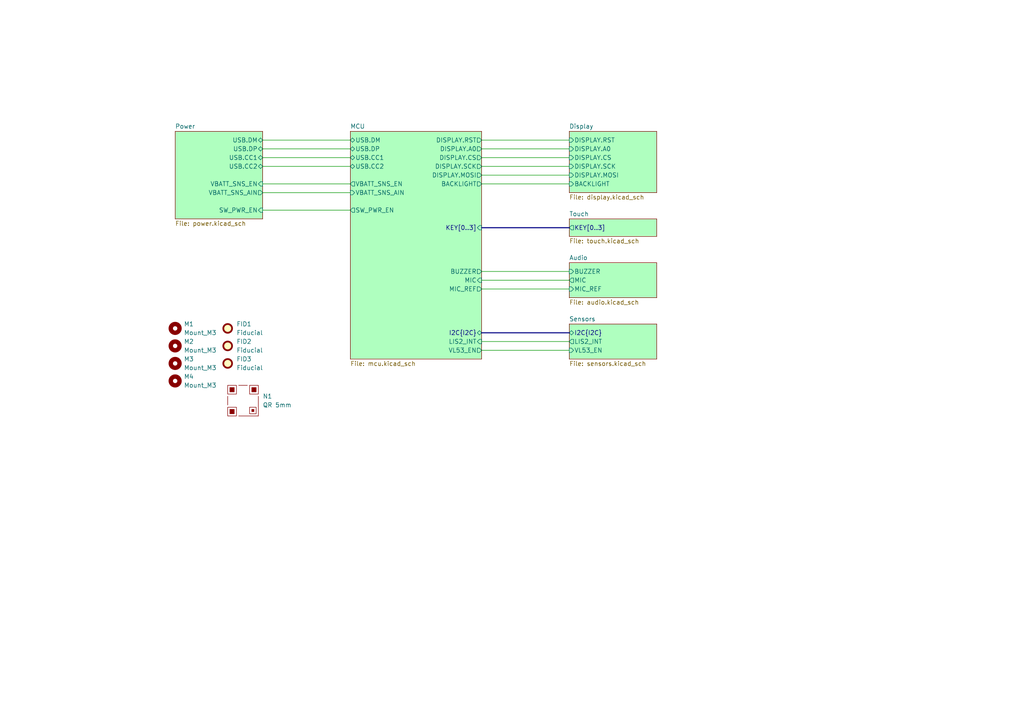
<source format=kicad_sch>
(kicad_sch (version 20250114) (generator "eeschema") (generator_version "9.0")
  (paper "A4")
  (title_block (title "Puzzlebox") (date "2025-12-27") (rev "v1.0") (company "TL Embedded Ltd"))
  (lib_symbols
    (symbol "M_Mechanical:Mount_M3" (in_bom no)
      (property "Reference" "M" (at -1.27 3.81 0))
      (property "Value" "Mount_M3" (at 0 -3.81 0))
      (symbol "Mount_M3_0_1"
        (circle (center 0 0) (radius 1.27) (stroke (width 1.27)))
      )
    )
    (symbol "N_NonPart:Fiducial" (pin_numbers (hide yes)) (pin_names (offset 0) (hide yes)) (in_bom no)
      (property "Reference" "FID" (at 0 2.54 0))
      (property "Value" "Fiducial" (at 0 -2.54 0))
      (symbol "Fiducial_0_1"
        (circle (center 0 0) (radius 1.27) (stroke (width 0.508)) (fill (type background)))
      )
    )
    (symbol "N_NonPart:QR_5mm_JLC" (in_bom no)
      (property "Reference" "N" (at 0.508 10.16 0))
      (property "Value" "QR 5mm" (at 4.572 -1.524 0))
      (symbol "QR_5mm_JLC_0_1"
        (rectangle (start 0 8.89) (end 2.54 6.35))
        (rectangle (start 0 2.54) (end 2.54 0))
        (rectangle (start 6.35 8.89) (end 8.89 6.35))
        (rectangle (start 6.35 2.54) (end 8.255 0.635))
      )
      (symbol "QR_5mm_JLC_1_1"
        (polyline (pts (xy 0 5.715) (xy 0 3.175)))
        (rectangle (start 0.635 8.255) (end 1.905 6.985) (fill (type outline)))
        (rectangle (start 0.635 1.905) (end 1.905 0.635) (fill (type outline)))
        (polyline (pts (xy 3.175 8.89) (xy 5.715 8.89)))
        (rectangle (start 6.985 8.255) (end 8.255 6.985) (fill (type outline)))
        (rectangle (start 6.985 1.905) (end 7.62 1.27) (fill (type outline)))
        (polyline (pts (xy 8.89 5.715) (xy 8.89 0)))
        (polyline (pts (xy 8.89 0) (xy 3.175 0)))
      )
    )
  )
  (bus_alias "I2C" (members "SCL" "SDA"))
  (wire (pts (xy 139.7 101.6) (xy 165.1 101.6)))
  (wire (pts (xy 76.2 60.96) (xy 101.6 60.96)))
  (wire (pts (xy 139.7 99.06) (xy 165.1 99.06)))
  (wire (pts (xy 139.7 48.26) (xy 165.1 48.26)))
  (wire (pts (xy 76.2 55.88) (xy 101.6 55.88)))
  (wire (pts (xy 139.7 45.72) (xy 165.1 45.72)))
  (wire (pts (xy 139.7 40.64) (xy 165.1 40.64)))
  (wire (pts (xy 139.7 53.34) (xy 165.1 53.34)))
  (wire (pts (xy 139.7 83.82) (xy 165.1 83.82)))
  (wire (pts (xy 76.2 48.26) (xy 101.6 48.26)))
  (bus (pts (xy 139.7 96.52) (xy 165.1 96.52)))
  (wire (pts (xy 76.2 43.18) (xy 101.6 43.18)))
  (wire (pts (xy 139.7 50.8) (xy 165.1 50.8)))
  (wire (pts (xy 139.7 81.28) (xy 165.1 81.28)))
  (wire (pts (xy 76.2 40.64) (xy 101.6 40.64)))
  (wire (pts (xy 139.7 78.74) (xy 165.1 78.74)))
  (wire (pts (xy 76.2 45.72) (xy 101.6 45.72)))
  (bus (pts (xy 139.7 66.04) (xy 165.1 66.04)))
  (wire (pts (xy 76.2 53.34) (xy 101.6 53.34)))
  (wire (pts (xy 139.7 43.18) (xy 165.1 43.18)))
  (symbol (lib_id "M_Mechanical:Mount_M3") (at 50.8 105.41 0) (unit 1) (in_bom no)
    (property "Reference" "M3" (at 53.34 104.1399 0) (effects (justify left)))
    (property "Value" "Mount_M3" (at 53.34 106.6799 0) (effects (justify left)))
    (property "Footprint" "M_Mechanical:Mount_M3" (effects (hide yes)))
  )
  (symbol (lib_id "M_Mechanical:Mount_M3") (at 50.8 100.33 0) (unit 1) (in_bom no)
    (property "Reference" "M2" (at 53.34 99.0599 0) (effects (justify left)))
    (property "Value" "Mount_M3" (at 53.34 101.5999 0) (effects (justify left)))
    (property "Footprint" "M_Mechanical:Mount_M3" (effects (hide yes)))
  )
  (symbol (lib_id "M_Mechanical:Mount_M3") (at 50.8 95.25 0) (unit 1) (in_bom no)
    (property "Reference" "M1" (at 53.34 93.9799 0) (effects (justify left)))
    (property "Value" "Mount_M3" (at 53.34 96.5199 0) (effects (justify left)))
    (property "Footprint" "M_Mechanical:Mount_M3" (effects (hide yes)))
  )
  (symbol (lib_id "N_NonPart:Fiducial") (at 66.04 95.25 0) (unit 1) (in_bom no)
    (property "Reference" "FID1" (at 68.58 93.9799 0) (effects (justify left)))
    (property "Value" "Fiducial" (at 68.58 96.5199 0) (effects (justify left)))
    (property "Footprint" "N_NonPart:Fiducial_2mm" (effects (hide yes)))
  )
  (symbol (lib_id "N_NonPart:Fiducial") (at 66.04 105.41 0) (unit 1) (in_bom no)
    (property "Reference" "FID3" (at 68.58 104.1399 0) (effects (justify left)))
    (property "Value" "Fiducial" (at 68.58 106.6799 0) (effects (justify left)))
    (property "Footprint" "N_NonPart:Fiducial_2mm" (effects (hide yes)))
  )
  (symbol (lib_id "M_Mechanical:Mount_M3") (at 50.8 110.49 0) (unit 1) (in_bom no)
    (property "Reference" "M4" (at 53.34 109.2199 0) (effects (justify left)))
    (property "Value" "Mount_M3" (at 53.34 111.7599 0) (effects (justify left)))
    (property "Footprint" "M_Mechanical:Mount_M3" (effects (hide yes)))
  )
  (symbol (lib_id "N_NonPart:Fiducial") (at 66.04 100.33 0) (unit 1) (in_bom no)
    (property "Reference" "FID2" (at 68.58 99.0599 0) (effects (justify left)))
    (property "Value" "Fiducial" (at 68.58 101.5999 0) (effects (justify left)))
    (property "Footprint" "N_NonPart:Fiducial_2mm" (effects (hide yes)))
  )
  (symbol (lib_id "N_NonPart:QR_5mm_JLC") (at 66.04 120.65 0) (unit 1) (in_bom no)
    (property "Reference" "N1" (at 76.2 114.9349 0) (effects (justify left)))
    (property "Value" "QR 5mm" (at 76.2 117.4749 0) (effects (justify left)))
    (property "Footprint" "N_NonPart:QR_5mm_JLC" (effects (hide yes)))
    (property "Description" "QR 8mm JLCPCB" (effects (hide yes)))
  )
  (sheet (at 165.1 63.5) (size 25.4 5.08) (stroke (width 0.1524)) (fill (color 175 255 191 1.0000))
    (property "Sheetname" "Touch" (at 165.1 62.7884 0) (effects (justify left bottom)))
    (property "Sheetfile" "touch.kicad_sch" (at 165.1 69.1646 0) (effects (justify left top)))
    (pin "KEY[0..3]" output (at 165.1 66.04 180))
  )
  (sheet (at 165.1 93.98) (size 25.4 10.16) (stroke (width 0.1524)) (fill (color 175 255 191 1.0000))
    (property "Sheetname" "Sensors" (at 165.1 93.2684 0) (effects (justify left bottom)))
    (property "Sheetfile" "sensors.kicad_sch" (at 165.1 104.7246 0) (effects (justify left top)))
    (pin "I2C{I2C}" bidirectional (at 165.1 96.52 180))
    (pin "LIS2_INT" output (at 165.1 99.06 180))
    (pin "VL53_EN" input (at 165.1 101.6 180))
  )
  (sheet (at 165.1 38.1) (size 25.4 17.78) (stroke (width 0.1524)) (fill (color 175 255 191 1.0000))
    (property "Sheetname" "Display" (at 165.1 37.3884 0) (effects (justify left bottom)))
    (property "Sheetfile" "display.kicad_sch" (at 165.1 56.4646 0) (effects (justify left top)))
    (pin "DISPLAY.A0" input (at 165.1 43.18 180))
    (pin "BACKLIGHT" input (at 165.1 53.34 180))
    (pin "DISPLAY.CS" input (at 165.1 45.72 180))
    (pin "DISPLAY.MOSI" input (at 165.1 50.8 180))
    (pin "DISPLAY.RST" input (at 165.1 40.64 180))
    (pin "DISPLAY.SCK" input (at 165.1 48.26 180))
  )
  (sheet (at 165.1 76.2) (size 25.4 10.16) (stroke (width 0.1524)) (fill (color 175 255 191 1.0000))
    (property "Sheetname" "Audio" (at 165.1 75.4884 0) (effects (justify left bottom)))
    (property "Sheetfile" "audio.kicad_sch" (at 165.1 86.9446 0) (effects (justify left top)))
    (pin "BUZZER" input (at 165.1 78.74 180))
    (pin "MIC" output (at 165.1 81.28 180))
    (pin "MIC_REF" input (at 165.1 83.82 180))
  )
  (sheet (at 101.6 38.1) (size 38.1 66.04) (stroke (width 0.1524)) (fill (color 175 255 191 1.0000))
    (property "Sheetname" "MCU" (at 101.6 37.3884 0) (effects (justify left bottom)))
    (property "Sheetfile" "mcu.kicad_sch" (at 101.6 104.7246 0) (effects (justify left top)))
    (pin "BUZZER" output (at 139.7 78.74 0))
    (pin "DISPLAY.A0" output (at 139.7 43.18 0))
    (pin "BACKLIGHT" output (at 139.7 53.34 0))
    (pin "DISPLAY.CS" output (at 139.7 45.72 0))
    (pin "DISPLAY.MOSI" output (at 139.7 50.8 0))
    (pin "DISPLAY.RST" output (at 139.7 40.64 0))
    (pin "DISPLAY.SCK" output (at 139.7 48.26 0))
    (pin "I2C{I2C}" bidirectional (at 139.7 96.52 0))
    (pin "KEY[0..3]" input (at 139.7 66.04 0))
    (pin "LIS2_INT" input (at 139.7 99.06 0))
    (pin "MIC" input (at 139.7 81.28 0))
    (pin "MIC_REF" output (at 139.7 83.82 0))
    (pin "SW_PWR_EN" output (at 101.6 60.96 180))
    (pin "USB.CC1" bidirectional (at 101.6 45.72 180))
    (pin "USB.CC2" bidirectional (at 101.6 48.26 180))
    (pin "USB.DM" bidirectional (at 101.6 40.64 180))
    (pin "USB.DP" bidirectional (at 101.6 43.18 180))
    (pin "VBATT_SNS_AIN" input (at 101.6 55.88 180))
    (pin "VBATT_SNS_EN" output (at 101.6 53.34 180))
    (pin "VL53_EN" output (at 139.7 101.6 0))
  )
  (sheet (at 50.8 38.1) (size 25.4 25.4) (stroke (width 0.1524)) (fill (color 175 255 191 1.0000))
    (property "Sheetname" "Power" (at 50.8 37.3884 0) (effects (justify left bottom)))
    (property "Sheetfile" "power.kicad_sch" (at 50.8 64.0846 0) (effects (justify left top)))
    (pin "USB.CC1" bidirectional (at 76.2 45.72 0))
    (pin "USB.CC2" bidirectional (at 76.2 48.26 0))
    (pin "USB.DM" bidirectional (at 76.2 40.64 0))
    (pin "USB.DP" bidirectional (at 76.2 43.18 0))
    (pin "VBATT_SNS_AIN" output (at 76.2 55.88 0))
    (pin "VBATT_SNS_EN" input (at 76.2 53.34 0))
    (pin "SW_PWR_EN" input (at 76.2 60.96 0))
  )
)
</source>
